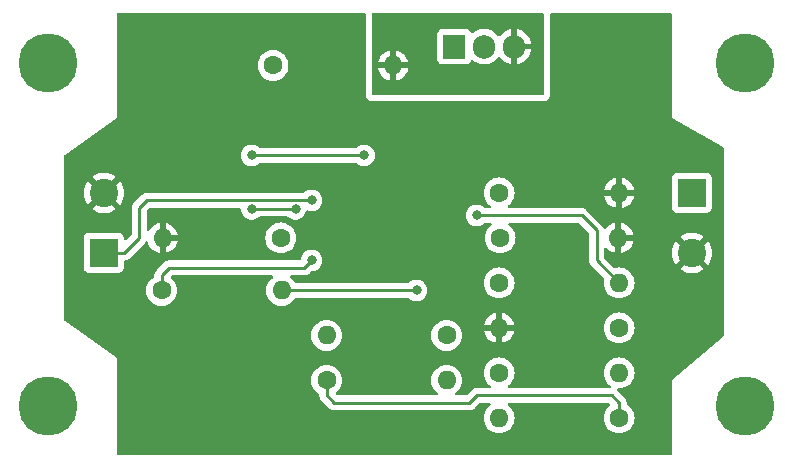
<source format=gbr>
%TF.GenerationSoftware,KiCad,Pcbnew,8.0.0*%
%TF.CreationDate,2024-03-03T11:21:46+11:00*%
%TF.ProjectId,BatteryCharger,42617474-6572-4794-9368-61726765722e,rev?*%
%TF.SameCoordinates,Original*%
%TF.FileFunction,Copper,L2,Bot*%
%TF.FilePolarity,Positive*%
%FSLAX46Y46*%
G04 Gerber Fmt 4.6, Leading zero omitted, Abs format (unit mm)*
G04 Created by KiCad (PCBNEW 8.0.0) date 2024-03-03 11:21:46*
%MOMM*%
%LPD*%
G01*
G04 APERTURE LIST*
%TA.AperFunction,ComponentPad*%
%ADD10R,2.400000X2.400000*%
%TD*%
%TA.AperFunction,ComponentPad*%
%ADD11C,2.400000*%
%TD*%
%TA.AperFunction,WasherPad*%
%ADD12C,5.000000*%
%TD*%
%TA.AperFunction,ComponentPad*%
%ADD13C,1.600000*%
%TD*%
%TA.AperFunction,ComponentPad*%
%ADD14O,1.600000X1.600000*%
%TD*%
%TA.AperFunction,ComponentPad*%
%ADD15R,1.905000X2.000000*%
%TD*%
%TA.AperFunction,ComponentPad*%
%ADD16O,1.905000X2.000000*%
%TD*%
%TA.AperFunction,ViaPad*%
%ADD17C,0.800000*%
%TD*%
%TA.AperFunction,Conductor*%
%ADD18C,0.250000*%
%TD*%
G04 APERTURE END LIST*
D10*
%TO.P,J2,1,Pin_1*%
%TO.N,/Out*%
X153480000Y-100965000D03*
D11*
%TO.P,J2,2,Pin_2*%
%TO.N,GND*%
X153480000Y-106045000D03*
%TD*%
D12*
%TO.P,H1,*%
%TO.N,*%
X99000000Y-90000000D03*
%TD*%
D13*
%TO.P,C4,1*%
%TO.N,Net-(U1-BSTOP)*%
X118665000Y-104775000D03*
D14*
%TO.P,C4,2*%
%TO.N,GND*%
X108665000Y-104775000D03*
%TD*%
D13*
%TO.P,C3,1*%
%TO.N,Net-(U1-COMP)*%
X137240000Y-104775000D03*
D14*
%TO.P,C3,2*%
%TO.N,GND*%
X147240000Y-104775000D03*
%TD*%
D12*
%TO.P,H3,*%
%TO.N,*%
X158000000Y-90000000D03*
%TD*%
D13*
%TO.P,R7,1*%
%TO.N,Net-(JP2-A)*%
X137160000Y-100965000D03*
D14*
%TO.P,R7,2*%
%TO.N,GND*%
X147320000Y-100965000D03*
%TD*%
D13*
%TO.P,R12,1*%
%TO.N,Net-(U1-{slash}PGOOD)*%
X108585000Y-109220000D03*
D14*
%TO.P,R12,2*%
%TO.N,Net-(U1-VFB)*%
X118745000Y-109220000D03*
%TD*%
D13*
%TO.P,R2,1*%
%TO.N,Net-(JP1-A)*%
X118015000Y-90170000D03*
D14*
%TO.P,R2,2*%
%TO.N,Net-(JP1-B)*%
X128175000Y-90170000D03*
%TD*%
D13*
%TO.P,R9,1*%
%TO.N,Net-(U1-CE)*%
X137160000Y-116205000D03*
D14*
%TO.P,R9,2*%
%TO.N,Net-(U1-VFB)*%
X147320000Y-116205000D03*
%TD*%
D10*
%TO.P,J1,1,Pin_1*%
%TO.N,/In*%
X103695000Y-106045000D03*
D11*
%TO.P,J1,2,Pin_2*%
%TO.N,GND*%
X103695000Y-100965000D03*
%TD*%
D13*
%TO.P,R11,1*%
%TO.N,Net-(U1-STAT1)*%
X137160000Y-108585000D03*
D14*
%TO.P,R11,2*%
%TO.N,Net-(U1-VFB)*%
X147320000Y-108585000D03*
%TD*%
D12*
%TO.P,H4,*%
%TO.N,*%
X158000000Y-119000000D03*
%TD*%
D13*
%TO.P,R10,1*%
%TO.N,Net-(U1-VFB)*%
X147320000Y-112395000D03*
D14*
%TO.P,R10,2*%
%TO.N,GND*%
X137160000Y-112395000D03*
%TD*%
D12*
%TO.P,H2,*%
%TO.N,*%
X99000000Y-119000000D03*
%TD*%
D13*
%TO.P,R3,1*%
%TO.N,/Out*%
X122555000Y-116840000D03*
D14*
%TO.P,R3,2*%
%TO.N,Net-(U1-PRE-CHRG)*%
X132715000Y-116840000D03*
%TD*%
D13*
%TO.P,R4,1*%
%TO.N,/Out*%
X147320000Y-120015000D03*
D14*
%TO.P,R4,2*%
%TO.N,Net-(U1-CE)*%
X137160000Y-120015000D03*
%TD*%
D13*
%TO.P,R8,1*%
%TO.N,Net-(U1-STAT2)*%
X132715000Y-113030000D03*
D14*
%TO.P,R8,2*%
%TO.N,/Out*%
X122555000Y-113030000D03*
%TD*%
D15*
%TO.P,Q1,1,B*%
%TO.N,Net-(Q1-B)*%
X133350000Y-88575000D03*
D16*
%TO.P,Q1,2,C*%
%TO.N,Net-(D1-A)*%
X135890000Y-88575000D03*
%TO.P,Q1,3,E*%
%TO.N,Net-(JP1-B)*%
X138430000Y-88575000D03*
%TD*%
D17*
%TO.N,GND*%
X126000000Y-105410000D03*
%TO.N,/In*%
X121285000Y-101600000D03*
%TO.N,Net-(JP1-C)*%
X119925000Y-102325000D03*
X116205000Y-102325000D03*
%TO.N,Net-(JP3-C)*%
X116205000Y-97790000D03*
X125730000Y-97790000D03*
%TO.N,Net-(U1-VFB)*%
X135255000Y-102870000D03*
X130175000Y-109220000D03*
%TO.N,Net-(U1-{slash}PGOOD)*%
X121285000Y-106680000D03*
%TD*%
D18*
%TO.N,/Out*%
X123190000Y-118745000D02*
X122555000Y-118110000D01*
X147320000Y-120015000D02*
X147320000Y-118745000D01*
X146685000Y-118110000D02*
X135255000Y-118110000D01*
X122555000Y-118110000D02*
X122555000Y-116840000D01*
X134620000Y-118745000D02*
X123190000Y-118745000D01*
X135255000Y-118110000D02*
X134620000Y-118745000D01*
X147320000Y-118745000D02*
X146685000Y-118110000D01*
%TO.N,/In*%
X107315000Y-101600000D02*
X106680000Y-102235000D01*
X121285000Y-101600000D02*
X107315000Y-101600000D01*
X105410000Y-106045000D02*
X103695000Y-106045000D01*
X106680000Y-102235000D02*
X106680000Y-104775000D01*
X106680000Y-104775000D02*
X105410000Y-106045000D01*
%TO.N,Net-(JP1-C)*%
X120015000Y-102235000D02*
X119925000Y-102325000D01*
X116205000Y-102325000D02*
X119925000Y-102325000D01*
%TO.N,Net-(JP3-C)*%
X125730000Y-97790000D02*
X116205000Y-97790000D01*
%TO.N,Net-(U1-VFB)*%
X145415000Y-104140000D02*
X145415000Y-106680000D01*
X135255000Y-102870000D02*
X144145000Y-102870000D01*
X130175000Y-109220000D02*
X118745000Y-109220000D01*
X145415000Y-106680000D02*
X147320000Y-108585000D01*
X144145000Y-102870000D02*
X145415000Y-104140000D01*
%TO.N,Net-(U1-{slash}PGOOD)*%
X120650000Y-107315000D02*
X109220000Y-107315000D01*
X109220000Y-107315000D02*
X108585000Y-107950000D01*
X121285000Y-106680000D02*
X120650000Y-107315000D01*
X108585000Y-107950000D02*
X108585000Y-109220000D01*
%TD*%
%TA.AperFunction,Conductor*%
%TO.N,GND*%
G36*
X125802539Y-85744685D02*
G01*
X125848294Y-85797489D01*
X125859500Y-85849000D01*
X125859500Y-87580000D01*
X125859500Y-92586000D01*
X125859501Y-92586009D01*
X125871052Y-92693450D01*
X125871054Y-92693462D01*
X125882260Y-92744972D01*
X125916383Y-92847497D01*
X125916386Y-92847503D01*
X125994171Y-92968537D01*
X125994179Y-92968548D01*
X126039923Y-93021340D01*
X126039926Y-93021343D01*
X126039930Y-93021347D01*
X126148664Y-93115567D01*
X126148667Y-93115568D01*
X126148668Y-93115569D01*
X126242925Y-93158616D01*
X126279541Y-93175338D01*
X126346580Y-93195023D01*
X126346584Y-93195024D01*
X126489000Y-93215500D01*
X126489003Y-93215500D01*
X140845990Y-93215500D01*
X140846000Y-93215500D01*
X140953456Y-93203947D01*
X141004967Y-93192741D01*
X141039197Y-93181347D01*
X141107497Y-93158616D01*
X141107501Y-93158613D01*
X141107504Y-93158613D01*
X141228543Y-93080825D01*
X141281347Y-93035070D01*
X141375567Y-92926336D01*
X141435338Y-92795459D01*
X141455023Y-92728420D01*
X141455024Y-92728416D01*
X141475500Y-92586000D01*
X141475500Y-85849000D01*
X141495185Y-85781961D01*
X141547989Y-85736206D01*
X141599500Y-85725000D01*
X151641000Y-85725000D01*
X151708039Y-85744685D01*
X151753794Y-85797489D01*
X151765000Y-85849000D01*
X151765000Y-94615000D01*
X156147522Y-97119298D01*
X156195961Y-97169649D01*
X156210000Y-97226959D01*
X156210000Y-112972968D01*
X156190315Y-113040007D01*
X156166698Y-113067116D01*
X151765000Y-116840000D01*
X151765000Y-123066000D01*
X151745315Y-123133039D01*
X151692511Y-123178794D01*
X151641000Y-123190000D01*
X104899000Y-123190000D01*
X104831961Y-123170315D01*
X104786206Y-123117511D01*
X104775000Y-123066000D01*
X104775000Y-116840001D01*
X121249532Y-116840001D01*
X121269364Y-117066686D01*
X121269366Y-117066697D01*
X121328258Y-117286488D01*
X121328261Y-117286497D01*
X121424431Y-117492732D01*
X121424432Y-117492734D01*
X121554954Y-117679141D01*
X121715858Y-117840045D01*
X121876623Y-117952613D01*
X121920248Y-118007189D01*
X121929500Y-118054188D01*
X121929500Y-118171609D01*
X121946911Y-118259142D01*
X121951318Y-118281296D01*
X121953536Y-118292448D01*
X122000688Y-118406286D01*
X122000688Y-118406287D01*
X122014813Y-118427426D01*
X122029037Y-118448712D01*
X122029038Y-118448715D01*
X122029039Y-118448715D01*
X122069140Y-118508731D01*
X122069141Y-118508732D01*
X122069142Y-118508733D01*
X122156267Y-118595858D01*
X122156268Y-118595858D01*
X122163335Y-118602925D01*
X122163334Y-118602925D01*
X122163338Y-118602928D01*
X122791263Y-119230855D01*
X122791266Y-119230857D01*
X122791267Y-119230858D01*
X122893715Y-119299312D01*
X122932882Y-119315535D01*
X122932883Y-119315536D01*
X122932884Y-119315536D01*
X123007548Y-119346463D01*
X123019936Y-119348927D01*
X123074165Y-119359714D01*
X123128392Y-119370501D01*
X123128394Y-119370501D01*
X123257721Y-119370501D01*
X123257741Y-119370500D01*
X134681607Y-119370500D01*
X134742029Y-119358481D01*
X134802452Y-119346463D01*
X134802455Y-119346461D01*
X134802458Y-119346461D01*
X134835787Y-119332654D01*
X134835786Y-119332654D01*
X134835792Y-119332652D01*
X134916286Y-119299312D01*
X134967509Y-119265084D01*
X135018733Y-119230858D01*
X135105858Y-119143733D01*
X135105859Y-119143730D01*
X135477773Y-118771817D01*
X135539095Y-118738334D01*
X135565453Y-118735500D01*
X136326684Y-118735500D01*
X136393723Y-118755185D01*
X136439478Y-118807989D01*
X136449422Y-118877147D01*
X136420397Y-118940703D01*
X136397807Y-118961075D01*
X136320858Y-119014954D01*
X136159954Y-119175858D01*
X136029432Y-119362265D01*
X136029431Y-119362267D01*
X135933261Y-119568502D01*
X135933258Y-119568511D01*
X135874366Y-119788302D01*
X135874364Y-119788313D01*
X135854532Y-120014998D01*
X135854532Y-120015001D01*
X135874364Y-120241686D01*
X135874366Y-120241697D01*
X135933258Y-120461488D01*
X135933261Y-120461497D01*
X136029431Y-120667732D01*
X136029432Y-120667734D01*
X136159954Y-120854141D01*
X136320858Y-121015045D01*
X136320861Y-121015047D01*
X136507266Y-121145568D01*
X136713504Y-121241739D01*
X136933308Y-121300635D01*
X137095230Y-121314801D01*
X137159998Y-121320468D01*
X137160000Y-121320468D01*
X137160002Y-121320468D01*
X137216673Y-121315509D01*
X137386692Y-121300635D01*
X137606496Y-121241739D01*
X137812734Y-121145568D01*
X137999139Y-121015047D01*
X138160047Y-120854139D01*
X138290568Y-120667734D01*
X138386739Y-120461496D01*
X138445635Y-120241692D01*
X138465468Y-120015000D01*
X138445635Y-119788308D01*
X138386739Y-119568504D01*
X138290568Y-119362266D01*
X138160047Y-119175861D01*
X138160045Y-119175858D01*
X137999141Y-119014954D01*
X137922193Y-118961075D01*
X137878568Y-118906499D01*
X137871374Y-118837000D01*
X137902897Y-118774645D01*
X137963126Y-118739231D01*
X137993316Y-118735500D01*
X146374548Y-118735500D01*
X146441587Y-118755185D01*
X146462229Y-118771819D01*
X146508410Y-118818000D01*
X146541895Y-118879323D01*
X146536911Y-118949015D01*
X146495039Y-119004948D01*
X146491855Y-119007254D01*
X146480859Y-119014953D01*
X146319954Y-119175858D01*
X146189432Y-119362265D01*
X146189431Y-119362267D01*
X146093261Y-119568502D01*
X146093258Y-119568511D01*
X146034366Y-119788302D01*
X146034364Y-119788313D01*
X146014532Y-120014998D01*
X146014532Y-120015001D01*
X146034364Y-120241686D01*
X146034366Y-120241697D01*
X146093258Y-120461488D01*
X146093261Y-120461497D01*
X146189431Y-120667732D01*
X146189432Y-120667734D01*
X146319954Y-120854141D01*
X146480858Y-121015045D01*
X146480861Y-121015047D01*
X146667266Y-121145568D01*
X146873504Y-121241739D01*
X147093308Y-121300635D01*
X147255230Y-121314801D01*
X147319998Y-121320468D01*
X147320000Y-121320468D01*
X147320002Y-121320468D01*
X147376673Y-121315509D01*
X147546692Y-121300635D01*
X147766496Y-121241739D01*
X147972734Y-121145568D01*
X148159139Y-121015047D01*
X148320047Y-120854139D01*
X148450568Y-120667734D01*
X148546739Y-120461496D01*
X148605635Y-120241692D01*
X148625468Y-120015000D01*
X148605635Y-119788308D01*
X148546739Y-119568504D01*
X148450568Y-119362266D01*
X148320047Y-119175861D01*
X148320045Y-119175858D01*
X148159140Y-119014953D01*
X147998378Y-118902387D01*
X147954753Y-118847810D01*
X147945501Y-118800812D01*
X147945501Y-118683391D01*
X147921464Y-118562555D01*
X147921463Y-118562549D01*
X147874312Y-118448715D01*
X147874311Y-118448713D01*
X147874310Y-118448711D01*
X147805858Y-118346267D01*
X147805855Y-118346263D01*
X147177928Y-117718338D01*
X147177926Y-117718335D01*
X147177409Y-117717818D01*
X147177224Y-117717479D01*
X147162435Y-117699440D01*
X147162433Y-117699437D01*
X147166054Y-117697022D01*
X147143924Y-117656495D01*
X147148908Y-117586803D01*
X147190780Y-117530870D01*
X147256244Y-117506453D01*
X147275890Y-117506608D01*
X147320000Y-117510468D01*
X147320000Y-117510467D01*
X147320001Y-117510468D01*
X147320002Y-117510468D01*
X147387654Y-117504549D01*
X147546692Y-117490635D01*
X147766496Y-117431739D01*
X147972734Y-117335568D01*
X148159139Y-117205047D01*
X148320047Y-117044139D01*
X148450568Y-116857734D01*
X148546739Y-116651496D01*
X148605635Y-116431692D01*
X148625468Y-116205000D01*
X148623916Y-116187266D01*
X148607608Y-116000861D01*
X148605635Y-115978308D01*
X148546739Y-115758504D01*
X148450568Y-115552266D01*
X148320047Y-115365861D01*
X148320045Y-115365858D01*
X148159141Y-115204954D01*
X147972734Y-115074432D01*
X147972732Y-115074431D01*
X147766497Y-114978261D01*
X147766488Y-114978258D01*
X147546697Y-114919366D01*
X147546693Y-114919365D01*
X147546692Y-114919365D01*
X147546691Y-114919364D01*
X147546686Y-114919364D01*
X147320002Y-114899532D01*
X147319998Y-114899532D01*
X147093313Y-114919364D01*
X147093302Y-114919366D01*
X146873511Y-114978258D01*
X146873502Y-114978261D01*
X146667267Y-115074431D01*
X146667265Y-115074432D01*
X146480858Y-115204954D01*
X146319954Y-115365858D01*
X146189432Y-115552265D01*
X146189431Y-115552267D01*
X146093261Y-115758502D01*
X146093258Y-115758511D01*
X146034366Y-115978302D01*
X146034364Y-115978313D01*
X146014532Y-116204998D01*
X146014532Y-116205001D01*
X146034364Y-116431686D01*
X146034366Y-116431697D01*
X146093258Y-116651488D01*
X146093261Y-116651497D01*
X146189431Y-116857732D01*
X146189432Y-116857734D01*
X146319954Y-117044141D01*
X146480858Y-117205045D01*
X146557807Y-117258925D01*
X146601432Y-117313501D01*
X146608626Y-117383000D01*
X146577103Y-117445355D01*
X146516874Y-117480769D01*
X146486684Y-117484500D01*
X137993316Y-117484500D01*
X137926277Y-117464815D01*
X137880522Y-117412011D01*
X137870578Y-117342853D01*
X137899603Y-117279297D01*
X137922193Y-117258925D01*
X137948990Y-117240160D01*
X137999139Y-117205047D01*
X138160047Y-117044139D01*
X138290568Y-116857734D01*
X138386739Y-116651496D01*
X138445635Y-116431692D01*
X138465468Y-116205000D01*
X138463916Y-116187266D01*
X138447608Y-116000861D01*
X138445635Y-115978308D01*
X138386739Y-115758504D01*
X138290568Y-115552266D01*
X138160047Y-115365861D01*
X138160045Y-115365858D01*
X137999141Y-115204954D01*
X137812734Y-115074432D01*
X137812732Y-115074431D01*
X137606497Y-114978261D01*
X137606488Y-114978258D01*
X137386697Y-114919366D01*
X137386693Y-114919365D01*
X137386692Y-114919365D01*
X137386691Y-114919364D01*
X137386686Y-114919364D01*
X137160002Y-114899532D01*
X137159998Y-114899532D01*
X136933313Y-114919364D01*
X136933302Y-114919366D01*
X136713511Y-114978258D01*
X136713502Y-114978261D01*
X136507267Y-115074431D01*
X136507265Y-115074432D01*
X136320858Y-115204954D01*
X136159954Y-115365858D01*
X136029432Y-115552265D01*
X136029431Y-115552267D01*
X135933261Y-115758502D01*
X135933258Y-115758511D01*
X135874366Y-115978302D01*
X135874364Y-115978313D01*
X135854532Y-116204998D01*
X135854532Y-116205001D01*
X135874364Y-116431686D01*
X135874366Y-116431697D01*
X135933258Y-116651488D01*
X135933261Y-116651497D01*
X136029431Y-116857732D01*
X136029432Y-116857734D01*
X136159954Y-117044141D01*
X136320858Y-117205045D01*
X136397807Y-117258925D01*
X136441432Y-117313501D01*
X136448626Y-117383000D01*
X136417103Y-117445355D01*
X136356874Y-117480769D01*
X136326684Y-117484500D01*
X135322741Y-117484500D01*
X135322721Y-117484499D01*
X135316607Y-117484499D01*
X135193394Y-117484499D01*
X135092597Y-117504548D01*
X135092592Y-117504548D01*
X135072549Y-117508536D01*
X135072547Y-117508536D01*
X135025397Y-117528067D01*
X134958719Y-117555685D01*
X134958717Y-117555686D01*
X134856266Y-117624141D01*
X134856263Y-117624144D01*
X134397229Y-118083181D01*
X134335906Y-118116666D01*
X134309548Y-118119500D01*
X133548316Y-118119500D01*
X133481277Y-118099815D01*
X133435522Y-118047011D01*
X133425578Y-117977853D01*
X133454603Y-117914297D01*
X133477193Y-117893925D01*
X133539850Y-117850052D01*
X133554139Y-117840047D01*
X133715047Y-117679139D01*
X133845568Y-117492734D01*
X133941739Y-117286496D01*
X134000635Y-117066692D01*
X134017634Y-116872384D01*
X134020468Y-116840001D01*
X134020468Y-116839998D01*
X134000635Y-116613313D01*
X134000635Y-116613308D01*
X133941739Y-116393504D01*
X133845568Y-116187266D01*
X133715047Y-116000861D01*
X133715045Y-116000858D01*
X133554141Y-115839954D01*
X133367734Y-115709432D01*
X133367732Y-115709431D01*
X133161497Y-115613261D01*
X133161488Y-115613258D01*
X132941697Y-115554366D01*
X132941693Y-115554365D01*
X132941692Y-115554365D01*
X132941691Y-115554364D01*
X132941686Y-115554364D01*
X132715002Y-115534532D01*
X132714998Y-115534532D01*
X132488313Y-115554364D01*
X132488302Y-115554366D01*
X132268511Y-115613258D01*
X132268502Y-115613261D01*
X132062267Y-115709431D01*
X132062265Y-115709432D01*
X131875858Y-115839954D01*
X131714954Y-116000858D01*
X131584432Y-116187265D01*
X131584431Y-116187267D01*
X131488261Y-116393502D01*
X131488258Y-116393511D01*
X131429366Y-116613302D01*
X131429364Y-116613313D01*
X131409532Y-116839998D01*
X131409532Y-116840001D01*
X131429364Y-117066686D01*
X131429366Y-117066697D01*
X131488258Y-117286488D01*
X131488261Y-117286497D01*
X131584431Y-117492732D01*
X131584432Y-117492734D01*
X131714954Y-117679141D01*
X131875858Y-117840045D01*
X131952807Y-117893925D01*
X131996432Y-117948501D01*
X132003626Y-118018000D01*
X131972103Y-118080355D01*
X131911874Y-118115769D01*
X131881684Y-118119500D01*
X123500453Y-118119500D01*
X123433414Y-118099815D01*
X123412773Y-118083182D01*
X123396330Y-118066739D01*
X123366589Y-118036998D01*
X123333104Y-117975677D01*
X123338088Y-117905986D01*
X123379958Y-117850052D01*
X123383120Y-117847761D01*
X123394139Y-117840047D01*
X123555047Y-117679139D01*
X123685568Y-117492734D01*
X123781739Y-117286496D01*
X123840635Y-117066692D01*
X123857634Y-116872384D01*
X123860468Y-116840001D01*
X123860468Y-116839998D01*
X123840635Y-116613313D01*
X123840635Y-116613308D01*
X123781739Y-116393504D01*
X123685568Y-116187266D01*
X123555047Y-116000861D01*
X123555045Y-116000858D01*
X123394141Y-115839954D01*
X123207734Y-115709432D01*
X123207732Y-115709431D01*
X123001497Y-115613261D01*
X123001488Y-115613258D01*
X122781697Y-115554366D01*
X122781693Y-115554365D01*
X122781692Y-115554365D01*
X122781691Y-115554364D01*
X122781686Y-115554364D01*
X122555002Y-115534532D01*
X122554998Y-115534532D01*
X122328313Y-115554364D01*
X122328302Y-115554366D01*
X122108511Y-115613258D01*
X122108502Y-115613261D01*
X121902267Y-115709431D01*
X121902265Y-115709432D01*
X121715858Y-115839954D01*
X121554954Y-116000858D01*
X121424432Y-116187265D01*
X121424431Y-116187267D01*
X121328261Y-116393502D01*
X121328258Y-116393511D01*
X121269366Y-116613302D01*
X121269364Y-116613313D01*
X121249532Y-116839998D01*
X121249532Y-116840001D01*
X104775000Y-116840001D01*
X104775000Y-114934999D01*
X102108003Y-113030001D01*
X121249532Y-113030001D01*
X121269364Y-113256686D01*
X121269366Y-113256697D01*
X121328258Y-113476488D01*
X121328261Y-113476497D01*
X121424431Y-113682732D01*
X121424432Y-113682734D01*
X121554954Y-113869141D01*
X121715858Y-114030045D01*
X121715861Y-114030047D01*
X121902266Y-114160568D01*
X122108504Y-114256739D01*
X122328308Y-114315635D01*
X122490230Y-114329801D01*
X122554998Y-114335468D01*
X122555000Y-114335468D01*
X122555002Y-114335468D01*
X122611673Y-114330509D01*
X122781692Y-114315635D01*
X123001496Y-114256739D01*
X123207734Y-114160568D01*
X123394139Y-114030047D01*
X123555047Y-113869139D01*
X123685568Y-113682734D01*
X123781739Y-113476496D01*
X123840635Y-113256692D01*
X123857634Y-113062384D01*
X123860468Y-113030001D01*
X131409532Y-113030001D01*
X131429364Y-113256686D01*
X131429366Y-113256697D01*
X131488258Y-113476488D01*
X131488261Y-113476497D01*
X131584431Y-113682732D01*
X131584432Y-113682734D01*
X131714954Y-113869141D01*
X131875858Y-114030045D01*
X131875861Y-114030047D01*
X132062266Y-114160568D01*
X132268504Y-114256739D01*
X132488308Y-114315635D01*
X132650230Y-114329801D01*
X132714998Y-114335468D01*
X132715000Y-114335468D01*
X132715002Y-114335468D01*
X132771673Y-114330509D01*
X132941692Y-114315635D01*
X133161496Y-114256739D01*
X133367734Y-114160568D01*
X133554139Y-114030047D01*
X133715047Y-113869139D01*
X133845568Y-113682734D01*
X133941739Y-113476496D01*
X134000635Y-113256692D01*
X134017634Y-113062384D01*
X134020468Y-113030001D01*
X134020468Y-113029998D01*
X134000635Y-112803313D01*
X134000635Y-112803308D01*
X133941739Y-112583504D01*
X133845568Y-112377266D01*
X133715047Y-112190861D01*
X133715045Y-112190858D01*
X133669186Y-112144999D01*
X135881127Y-112144999D01*
X135881128Y-112145000D01*
X136844314Y-112145000D01*
X136839920Y-112149394D01*
X136787259Y-112240606D01*
X136760000Y-112342339D01*
X136760000Y-112447661D01*
X136787259Y-112549394D01*
X136839920Y-112640606D01*
X136844314Y-112645000D01*
X135881128Y-112645000D01*
X135933730Y-112841317D01*
X135933734Y-112841326D01*
X136029865Y-113047482D01*
X136160342Y-113233820D01*
X136321179Y-113394657D01*
X136507517Y-113525134D01*
X136713673Y-113621265D01*
X136713682Y-113621269D01*
X136909999Y-113673872D01*
X136910000Y-113673871D01*
X136910000Y-112710686D01*
X136914394Y-112715080D01*
X137005606Y-112767741D01*
X137107339Y-112795000D01*
X137212661Y-112795000D01*
X137314394Y-112767741D01*
X137405606Y-112715080D01*
X137410000Y-112710686D01*
X137410000Y-113673872D01*
X137606317Y-113621269D01*
X137606326Y-113621265D01*
X137812482Y-113525134D01*
X137998820Y-113394657D01*
X138159657Y-113233820D01*
X138290134Y-113047482D01*
X138386265Y-112841326D01*
X138386269Y-112841317D01*
X138438872Y-112645000D01*
X137475686Y-112645000D01*
X137480080Y-112640606D01*
X137532741Y-112549394D01*
X137560000Y-112447661D01*
X137560000Y-112395001D01*
X146014532Y-112395001D01*
X146034364Y-112621686D01*
X146034366Y-112621697D01*
X146093258Y-112841488D01*
X146093261Y-112841497D01*
X146189431Y-113047732D01*
X146189432Y-113047734D01*
X146319954Y-113234141D01*
X146480858Y-113395045D01*
X146480861Y-113395047D01*
X146667266Y-113525568D01*
X146873504Y-113621739D01*
X147093308Y-113680635D01*
X147255230Y-113694801D01*
X147319998Y-113700468D01*
X147320000Y-113700468D01*
X147320002Y-113700468D01*
X147376673Y-113695509D01*
X147546692Y-113680635D01*
X147766496Y-113621739D01*
X147972734Y-113525568D01*
X148159139Y-113395047D01*
X148320047Y-113234139D01*
X148450568Y-113047734D01*
X148546739Y-112841496D01*
X148605635Y-112621692D01*
X148625468Y-112395000D01*
X148623916Y-112377266D01*
X148607608Y-112190861D01*
X148605635Y-112168308D01*
X148546739Y-111948504D01*
X148450568Y-111742266D01*
X148320047Y-111555861D01*
X148320045Y-111555858D01*
X148159141Y-111394954D01*
X147972734Y-111264432D01*
X147972732Y-111264431D01*
X147766497Y-111168261D01*
X147766488Y-111168258D01*
X147546697Y-111109366D01*
X147546693Y-111109365D01*
X147546692Y-111109365D01*
X147546691Y-111109364D01*
X147546686Y-111109364D01*
X147320002Y-111089532D01*
X147319998Y-111089532D01*
X147093313Y-111109364D01*
X147093302Y-111109366D01*
X146873511Y-111168258D01*
X146873502Y-111168261D01*
X146667267Y-111264431D01*
X146667265Y-111264432D01*
X146480858Y-111394954D01*
X146319954Y-111555858D01*
X146189432Y-111742265D01*
X146189431Y-111742267D01*
X146093261Y-111948502D01*
X146093258Y-111948511D01*
X146034366Y-112168302D01*
X146034364Y-112168313D01*
X146014532Y-112394998D01*
X146014532Y-112395001D01*
X137560000Y-112395001D01*
X137560000Y-112342339D01*
X137532741Y-112240606D01*
X137480080Y-112149394D01*
X137475686Y-112145000D01*
X138438872Y-112145000D01*
X138438872Y-112144999D01*
X138386269Y-111948682D01*
X138386265Y-111948673D01*
X138290134Y-111742517D01*
X138159657Y-111556179D01*
X137998820Y-111395342D01*
X137812482Y-111264865D01*
X137606328Y-111168734D01*
X137410000Y-111116127D01*
X137410000Y-112079314D01*
X137405606Y-112074920D01*
X137314394Y-112022259D01*
X137212661Y-111995000D01*
X137107339Y-111995000D01*
X137005606Y-112022259D01*
X136914394Y-112074920D01*
X136910000Y-112079314D01*
X136910000Y-111116127D01*
X136713671Y-111168734D01*
X136507517Y-111264865D01*
X136321179Y-111395342D01*
X136160342Y-111556179D01*
X136029865Y-111742517D01*
X135933734Y-111948673D01*
X135933730Y-111948682D01*
X135881127Y-112144999D01*
X133669186Y-112144999D01*
X133554141Y-112029954D01*
X133367734Y-111899432D01*
X133367732Y-111899431D01*
X133161497Y-111803261D01*
X133161488Y-111803258D01*
X132941697Y-111744366D01*
X132941693Y-111744365D01*
X132941692Y-111744365D01*
X132941691Y-111744364D01*
X132941686Y-111744364D01*
X132715002Y-111724532D01*
X132714998Y-111724532D01*
X132488313Y-111744364D01*
X132488302Y-111744366D01*
X132268511Y-111803258D01*
X132268502Y-111803261D01*
X132062267Y-111899431D01*
X132062265Y-111899432D01*
X131875858Y-112029954D01*
X131714954Y-112190858D01*
X131584432Y-112377265D01*
X131584431Y-112377267D01*
X131488261Y-112583502D01*
X131488258Y-112583511D01*
X131429366Y-112803302D01*
X131429364Y-112803313D01*
X131409532Y-113029998D01*
X131409532Y-113030001D01*
X123860468Y-113030001D01*
X123860468Y-113029998D01*
X123840635Y-112803313D01*
X123840635Y-112803308D01*
X123781739Y-112583504D01*
X123685568Y-112377266D01*
X123555047Y-112190861D01*
X123555045Y-112190858D01*
X123394141Y-112029954D01*
X123207734Y-111899432D01*
X123207732Y-111899431D01*
X123001497Y-111803261D01*
X123001488Y-111803258D01*
X122781697Y-111744366D01*
X122781693Y-111744365D01*
X122781692Y-111744365D01*
X122781691Y-111744364D01*
X122781686Y-111744364D01*
X122555002Y-111724532D01*
X122554998Y-111724532D01*
X122328313Y-111744364D01*
X122328302Y-111744366D01*
X122108511Y-111803258D01*
X122108502Y-111803261D01*
X121902267Y-111899431D01*
X121902265Y-111899432D01*
X121715858Y-112029954D01*
X121554954Y-112190858D01*
X121424432Y-112377265D01*
X121424431Y-112377267D01*
X121328261Y-112583502D01*
X121328258Y-112583511D01*
X121269366Y-112803302D01*
X121269364Y-112803313D01*
X121249532Y-113029998D01*
X121249532Y-113030001D01*
X102108003Y-113030001D01*
X100381926Y-111797089D01*
X100338816Y-111742105D01*
X100330000Y-111696186D01*
X100330000Y-109220001D01*
X107279532Y-109220001D01*
X107299364Y-109446686D01*
X107299366Y-109446697D01*
X107358258Y-109666488D01*
X107358261Y-109666497D01*
X107454431Y-109872732D01*
X107454432Y-109872734D01*
X107584954Y-110059141D01*
X107745858Y-110220045D01*
X107745861Y-110220047D01*
X107932266Y-110350568D01*
X108138504Y-110446739D01*
X108358308Y-110505635D01*
X108520230Y-110519801D01*
X108584998Y-110525468D01*
X108585000Y-110525468D01*
X108585002Y-110525468D01*
X108641673Y-110520509D01*
X108811692Y-110505635D01*
X109031496Y-110446739D01*
X109237734Y-110350568D01*
X109424139Y-110220047D01*
X109585047Y-110059139D01*
X109715568Y-109872734D01*
X109811739Y-109666496D01*
X109870635Y-109446692D01*
X109887634Y-109252384D01*
X109890468Y-109220001D01*
X109890468Y-109219998D01*
X109884801Y-109155230D01*
X109870635Y-108993308D01*
X109811739Y-108773504D01*
X109715568Y-108567266D01*
X109585047Y-108380861D01*
X109585045Y-108380858D01*
X109424140Y-108219953D01*
X109413145Y-108212254D01*
X109369521Y-108157676D01*
X109362330Y-108088177D01*
X109393854Y-108025823D01*
X109396592Y-108022998D01*
X109442775Y-107976817D01*
X109504099Y-107943333D01*
X109530454Y-107940500D01*
X117911684Y-107940500D01*
X117978723Y-107960185D01*
X118024478Y-108012989D01*
X118034422Y-108082147D01*
X118005397Y-108145703D01*
X117982807Y-108166075D01*
X117905858Y-108219954D01*
X117744954Y-108380858D01*
X117614432Y-108567265D01*
X117614431Y-108567267D01*
X117518261Y-108773502D01*
X117518258Y-108773511D01*
X117459366Y-108993302D01*
X117459364Y-108993313D01*
X117439532Y-109219998D01*
X117439532Y-109220001D01*
X117459364Y-109446686D01*
X117459366Y-109446697D01*
X117518258Y-109666488D01*
X117518261Y-109666497D01*
X117614431Y-109872732D01*
X117614432Y-109872734D01*
X117744954Y-110059141D01*
X117905858Y-110220045D01*
X117905861Y-110220047D01*
X118092266Y-110350568D01*
X118298504Y-110446739D01*
X118518308Y-110505635D01*
X118680230Y-110519801D01*
X118744998Y-110525468D01*
X118745000Y-110525468D01*
X118745002Y-110525468D01*
X118801673Y-110520509D01*
X118971692Y-110505635D01*
X119191496Y-110446739D01*
X119397734Y-110350568D01*
X119584139Y-110220047D01*
X119745047Y-110059139D01*
X119857613Y-109898377D01*
X119912189Y-109854752D01*
X119959188Y-109845500D01*
X129471252Y-109845500D01*
X129538291Y-109865185D01*
X129563400Y-109886526D01*
X129569126Y-109892885D01*
X129569130Y-109892889D01*
X129722265Y-110004148D01*
X129722270Y-110004151D01*
X129895192Y-110081142D01*
X129895197Y-110081144D01*
X130080354Y-110120500D01*
X130080355Y-110120500D01*
X130269644Y-110120500D01*
X130269646Y-110120500D01*
X130454803Y-110081144D01*
X130627730Y-110004151D01*
X130780871Y-109892888D01*
X130907533Y-109752216D01*
X131002179Y-109588284D01*
X131060674Y-109408256D01*
X131080460Y-109220000D01*
X131060674Y-109031744D01*
X131002179Y-108851716D01*
X130907533Y-108687784D01*
X130814987Y-108585001D01*
X135854532Y-108585001D01*
X135874364Y-108811686D01*
X135874366Y-108811697D01*
X135933258Y-109031488D01*
X135933261Y-109031497D01*
X136029431Y-109237732D01*
X136029432Y-109237734D01*
X136159954Y-109424141D01*
X136320858Y-109585045D01*
X136320861Y-109585047D01*
X136507266Y-109715568D01*
X136713504Y-109811739D01*
X136933308Y-109870635D01*
X137095230Y-109884801D01*
X137159998Y-109890468D01*
X137160000Y-109890468D01*
X137160002Y-109890468D01*
X137216673Y-109885509D01*
X137386692Y-109870635D01*
X137606496Y-109811739D01*
X137812734Y-109715568D01*
X137999139Y-109585047D01*
X138160047Y-109424139D01*
X138290568Y-109237734D01*
X138386739Y-109031496D01*
X138445635Y-108811692D01*
X138465468Y-108585000D01*
X138463916Y-108567266D01*
X138447608Y-108380861D01*
X138445635Y-108358308D01*
X138386739Y-108138504D01*
X138290568Y-107932266D01*
X138192839Y-107792693D01*
X138160045Y-107745858D01*
X137999141Y-107584954D01*
X137812734Y-107454432D01*
X137812732Y-107454431D01*
X137606497Y-107358261D01*
X137606488Y-107358258D01*
X137386697Y-107299366D01*
X137386693Y-107299365D01*
X137386692Y-107299365D01*
X137386691Y-107299364D01*
X137386686Y-107299364D01*
X137160002Y-107279532D01*
X137159998Y-107279532D01*
X136933313Y-107299364D01*
X136933302Y-107299366D01*
X136713511Y-107358258D01*
X136713502Y-107358261D01*
X136507267Y-107454431D01*
X136507265Y-107454432D01*
X136320858Y-107584954D01*
X136159954Y-107745858D01*
X136029432Y-107932265D01*
X136029431Y-107932267D01*
X135933261Y-108138502D01*
X135933258Y-108138511D01*
X135874366Y-108358302D01*
X135874364Y-108358313D01*
X135854532Y-108584998D01*
X135854532Y-108585001D01*
X130814987Y-108585001D01*
X130780871Y-108547112D01*
X130780870Y-108547111D01*
X130627734Y-108435851D01*
X130627729Y-108435848D01*
X130454807Y-108358857D01*
X130454802Y-108358855D01*
X130309001Y-108327865D01*
X130269646Y-108319500D01*
X130080354Y-108319500D01*
X130047897Y-108326398D01*
X129895197Y-108358855D01*
X129895192Y-108358857D01*
X129722270Y-108435848D01*
X129722265Y-108435851D01*
X129569130Y-108547110D01*
X129569126Y-108547114D01*
X129563400Y-108553474D01*
X129503913Y-108590121D01*
X129471252Y-108594500D01*
X119959188Y-108594500D01*
X119892149Y-108574815D01*
X119857613Y-108541623D01*
X119745045Y-108380858D01*
X119584141Y-108219954D01*
X119507193Y-108166075D01*
X119463568Y-108111499D01*
X119456374Y-108042000D01*
X119487897Y-107979645D01*
X119548126Y-107944231D01*
X119578316Y-107940500D01*
X120711607Y-107940500D01*
X120772029Y-107928481D01*
X120832452Y-107916463D01*
X120832455Y-107916461D01*
X120832458Y-107916461D01*
X120865787Y-107902654D01*
X120865786Y-107902654D01*
X120865792Y-107902652D01*
X120946286Y-107869312D01*
X120997509Y-107835084D01*
X121048733Y-107800858D01*
X121135858Y-107713733D01*
X121135858Y-107713731D01*
X121146066Y-107703524D01*
X121146069Y-107703520D01*
X121232773Y-107616818D01*
X121294096Y-107583333D01*
X121320453Y-107580500D01*
X121379644Y-107580500D01*
X121379646Y-107580500D01*
X121564803Y-107541144D01*
X121737730Y-107464151D01*
X121890871Y-107352888D01*
X122017533Y-107212216D01*
X122112179Y-107048284D01*
X122170674Y-106868256D01*
X122190460Y-106680000D01*
X122170674Y-106491744D01*
X122112179Y-106311716D01*
X122017533Y-106147784D01*
X121890871Y-106007112D01*
X121890870Y-106007111D01*
X121737734Y-105895851D01*
X121737729Y-105895848D01*
X121564807Y-105818857D01*
X121564802Y-105818855D01*
X121419001Y-105787865D01*
X121379646Y-105779500D01*
X121190354Y-105779500D01*
X121157897Y-105786398D01*
X121005197Y-105818855D01*
X121005192Y-105818857D01*
X120832270Y-105895848D01*
X120832265Y-105895851D01*
X120679129Y-106007111D01*
X120552466Y-106147785D01*
X120457821Y-106311715D01*
X120457818Y-106311722D01*
X120399327Y-106491740D01*
X120399326Y-106491744D01*
X120393467Y-106547494D01*
X120390212Y-106578462D01*
X120363627Y-106643077D01*
X120306330Y-106683061D01*
X120266891Y-106689500D01*
X109287741Y-106689500D01*
X109287721Y-106689499D01*
X109281607Y-106689499D01*
X109158394Y-106689499D01*
X109057597Y-106709548D01*
X109057592Y-106709548D01*
X109037549Y-106713536D01*
X109037547Y-106713536D01*
X108990397Y-106733067D01*
X108923719Y-106760685D01*
X108923717Y-106760686D01*
X108821266Y-106829141D01*
X108821265Y-106829143D01*
X108484551Y-107165858D01*
X108186269Y-107464140D01*
X108186267Y-107464142D01*
X108163081Y-107487328D01*
X108099142Y-107551266D01*
X108076633Y-107584954D01*
X108076632Y-107584955D01*
X108030690Y-107653709D01*
X108030685Y-107653718D01*
X107997347Y-107734206D01*
X107997347Y-107734207D01*
X107983537Y-107767548D01*
X107983535Y-107767554D01*
X107971517Y-107827967D01*
X107971518Y-107827968D01*
X107963297Y-107869306D01*
X107963296Y-107869314D01*
X107959500Y-107888394D01*
X107959500Y-108005811D01*
X107939815Y-108072850D01*
X107906623Y-108107386D01*
X107745859Y-108219953D01*
X107584954Y-108380858D01*
X107454432Y-108567265D01*
X107454431Y-108567267D01*
X107358261Y-108773502D01*
X107358258Y-108773511D01*
X107299366Y-108993302D01*
X107299364Y-108993313D01*
X107279532Y-109219998D01*
X107279532Y-109220001D01*
X100330000Y-109220001D01*
X100330000Y-107292870D01*
X101994500Y-107292870D01*
X101994501Y-107292876D01*
X102000908Y-107352483D01*
X102051202Y-107487328D01*
X102051206Y-107487335D01*
X102137452Y-107602544D01*
X102137455Y-107602547D01*
X102252664Y-107688793D01*
X102252671Y-107688797D01*
X102387517Y-107739091D01*
X102387516Y-107739091D01*
X102394444Y-107739835D01*
X102447127Y-107745500D01*
X104942872Y-107745499D01*
X105002483Y-107739091D01*
X105137331Y-107688796D01*
X105252546Y-107602546D01*
X105338796Y-107487331D01*
X105389091Y-107352483D01*
X105395500Y-107292873D01*
X105395500Y-106787402D01*
X105415185Y-106720363D01*
X105467989Y-106674608D01*
X105495301Y-106665786D01*
X105532029Y-106658481D01*
X105592452Y-106646463D01*
X105592455Y-106646461D01*
X105592458Y-106646461D01*
X105625787Y-106632654D01*
X105625786Y-106632654D01*
X105625792Y-106632652D01*
X105706286Y-106599312D01*
X105757509Y-106565084D01*
X105808733Y-106530858D01*
X105895858Y-106443733D01*
X105895859Y-106443731D01*
X105902925Y-106436665D01*
X105902928Y-106436661D01*
X107078729Y-105260860D01*
X107078733Y-105260858D01*
X107165858Y-105173733D01*
X107199480Y-105123414D01*
X107253091Y-105078609D01*
X107322416Y-105069902D01*
X107385444Y-105100056D01*
X107422164Y-105159499D01*
X107422357Y-105160211D01*
X107438731Y-105221319D01*
X107438734Y-105221326D01*
X107534865Y-105427482D01*
X107665342Y-105613820D01*
X107826179Y-105774657D01*
X108012517Y-105905134D01*
X108218673Y-106001265D01*
X108218682Y-106001269D01*
X108414999Y-106053872D01*
X108415000Y-106053871D01*
X108415000Y-105090686D01*
X108419394Y-105095080D01*
X108510606Y-105147741D01*
X108612339Y-105175000D01*
X108717661Y-105175000D01*
X108819394Y-105147741D01*
X108910606Y-105095080D01*
X108915000Y-105090686D01*
X108915000Y-106053872D01*
X109111317Y-106001269D01*
X109111326Y-106001265D01*
X109317482Y-105905134D01*
X109503820Y-105774657D01*
X109664657Y-105613820D01*
X109795134Y-105427482D01*
X109891265Y-105221326D01*
X109891269Y-105221317D01*
X109943872Y-105025000D01*
X108980686Y-105025000D01*
X108985080Y-105020606D01*
X109037741Y-104929394D01*
X109065000Y-104827661D01*
X109065000Y-104775001D01*
X117359532Y-104775001D01*
X117379364Y-105001686D01*
X117379366Y-105001697D01*
X117438258Y-105221488D01*
X117438261Y-105221497D01*
X117534431Y-105427732D01*
X117534432Y-105427734D01*
X117664954Y-105614141D01*
X117825858Y-105775045D01*
X117848530Y-105790920D01*
X118012266Y-105905568D01*
X118218504Y-106001739D01*
X118218509Y-106001740D01*
X118218511Y-106001741D01*
X118238556Y-106007112D01*
X118438308Y-106060635D01*
X118600230Y-106074801D01*
X118664998Y-106080468D01*
X118665000Y-106080468D01*
X118665002Y-106080468D01*
X118721673Y-106075509D01*
X118891692Y-106060635D01*
X119111496Y-106001739D01*
X119317734Y-105905568D01*
X119504139Y-105775047D01*
X119665047Y-105614139D01*
X119795568Y-105427734D01*
X119891739Y-105221496D01*
X119950635Y-105001692D01*
X119968532Y-104797127D01*
X119970468Y-104775001D01*
X119970468Y-104774998D01*
X119955391Y-104602669D01*
X119950635Y-104548308D01*
X119891739Y-104328504D01*
X119795568Y-104122266D01*
X119665047Y-103935861D01*
X119665045Y-103935858D01*
X119504141Y-103774954D01*
X119317734Y-103644432D01*
X119317732Y-103644431D01*
X119111497Y-103548261D01*
X119111488Y-103548258D01*
X118891697Y-103489366D01*
X118891693Y-103489365D01*
X118891692Y-103489365D01*
X118891691Y-103489364D01*
X118891686Y-103489364D01*
X118665002Y-103469532D01*
X118664998Y-103469532D01*
X118438313Y-103489364D01*
X118438302Y-103489366D01*
X118218511Y-103548258D01*
X118218502Y-103548261D01*
X118012267Y-103644431D01*
X118012265Y-103644432D01*
X117825858Y-103774954D01*
X117664954Y-103935858D01*
X117534432Y-104122265D01*
X117534431Y-104122267D01*
X117438261Y-104328502D01*
X117438258Y-104328511D01*
X117379366Y-104548302D01*
X117379364Y-104548313D01*
X117359532Y-104774998D01*
X117359532Y-104775001D01*
X109065000Y-104775001D01*
X109065000Y-104722339D01*
X109037741Y-104620606D01*
X108985080Y-104529394D01*
X108980686Y-104525000D01*
X109943872Y-104525000D01*
X109943872Y-104524999D01*
X109891269Y-104328682D01*
X109891265Y-104328673D01*
X109795134Y-104122517D01*
X109664657Y-103936179D01*
X109503820Y-103775342D01*
X109317482Y-103644865D01*
X109111328Y-103548734D01*
X108915000Y-103496127D01*
X108915000Y-104459314D01*
X108910606Y-104454920D01*
X108819394Y-104402259D01*
X108717661Y-104375000D01*
X108612339Y-104375000D01*
X108510606Y-104402259D01*
X108419394Y-104454920D01*
X108415000Y-104459314D01*
X108415000Y-103496127D01*
X108218671Y-103548734D01*
X108012517Y-103644865D01*
X107826179Y-103775342D01*
X107665342Y-103936179D01*
X107531761Y-104126952D01*
X107529919Y-104125662D01*
X107486313Y-104167235D01*
X107417705Y-104180454D01*
X107352842Y-104154481D01*
X107312317Y-104097564D01*
X107305500Y-104057016D01*
X107305500Y-102545452D01*
X107325185Y-102478413D01*
X107341819Y-102457771D01*
X107537772Y-102261819D01*
X107599095Y-102228334D01*
X107625453Y-102225500D01*
X115177432Y-102225500D01*
X115244471Y-102245185D01*
X115290226Y-102297989D01*
X115300752Y-102336535D01*
X115319326Y-102513256D01*
X115319327Y-102513259D01*
X115377818Y-102693277D01*
X115377821Y-102693284D01*
X115472467Y-102857216D01*
X115574185Y-102970185D01*
X115599129Y-102997888D01*
X115752265Y-103109148D01*
X115752270Y-103109151D01*
X115925192Y-103186142D01*
X115925197Y-103186144D01*
X116110354Y-103225500D01*
X116110355Y-103225500D01*
X116299644Y-103225500D01*
X116299646Y-103225500D01*
X116484803Y-103186144D01*
X116657730Y-103109151D01*
X116810871Y-102997888D01*
X116813788Y-102994647D01*
X116816600Y-102991526D01*
X116876087Y-102954879D01*
X116908748Y-102950500D01*
X119221252Y-102950500D01*
X119288291Y-102970185D01*
X119313400Y-102991526D01*
X119319126Y-102997885D01*
X119319130Y-102997889D01*
X119472265Y-103109148D01*
X119472270Y-103109151D01*
X119645192Y-103186142D01*
X119645197Y-103186144D01*
X119830354Y-103225500D01*
X119830355Y-103225500D01*
X120019644Y-103225500D01*
X120019646Y-103225500D01*
X120204803Y-103186144D01*
X120377730Y-103109151D01*
X120530871Y-102997888D01*
X120646022Y-102870000D01*
X134349540Y-102870000D01*
X134369326Y-103058256D01*
X134369327Y-103058259D01*
X134427818Y-103238277D01*
X134427821Y-103238284D01*
X134522467Y-103402216D01*
X134624185Y-103515185D01*
X134649129Y-103542888D01*
X134802265Y-103654148D01*
X134802270Y-103654151D01*
X134975192Y-103731142D01*
X134975197Y-103731144D01*
X135160354Y-103770500D01*
X135160355Y-103770500D01*
X135349644Y-103770500D01*
X135349646Y-103770500D01*
X135534803Y-103731144D01*
X135707730Y-103654151D01*
X135860871Y-103542888D01*
X135863788Y-103539647D01*
X135866600Y-103536526D01*
X135926087Y-103499879D01*
X135958748Y-103495500D01*
X136406684Y-103495500D01*
X136473723Y-103515185D01*
X136519478Y-103567989D01*
X136529422Y-103637147D01*
X136500397Y-103700703D01*
X136477807Y-103721075D01*
X136400858Y-103774954D01*
X136239954Y-103935858D01*
X136109432Y-104122265D01*
X136109431Y-104122267D01*
X136013261Y-104328502D01*
X136013258Y-104328511D01*
X135954366Y-104548302D01*
X135954364Y-104548313D01*
X135934532Y-104774998D01*
X135934532Y-104775001D01*
X135954364Y-105001686D01*
X135954366Y-105001697D01*
X136013258Y-105221488D01*
X136013261Y-105221497D01*
X136109431Y-105427732D01*
X136109432Y-105427734D01*
X136239954Y-105614141D01*
X136400858Y-105775045D01*
X136423530Y-105790920D01*
X136587266Y-105905568D01*
X136793504Y-106001739D01*
X136793509Y-106001740D01*
X136793511Y-106001741D01*
X136813556Y-106007112D01*
X137013308Y-106060635D01*
X137175230Y-106074801D01*
X137239998Y-106080468D01*
X137240000Y-106080468D01*
X137240002Y-106080468D01*
X137296673Y-106075509D01*
X137466692Y-106060635D01*
X137686496Y-106001739D01*
X137892734Y-105905568D01*
X138079139Y-105775047D01*
X138240047Y-105614139D01*
X138370568Y-105427734D01*
X138466739Y-105221496D01*
X138525635Y-105001692D01*
X138543532Y-104797127D01*
X138545468Y-104775001D01*
X138545468Y-104774998D01*
X138530391Y-104602669D01*
X138525635Y-104548308D01*
X138466739Y-104328504D01*
X138370568Y-104122266D01*
X138240047Y-103935861D01*
X138240045Y-103935858D01*
X138079141Y-103774954D01*
X138002193Y-103721075D01*
X137958568Y-103666499D01*
X137951374Y-103597000D01*
X137982897Y-103534645D01*
X138043126Y-103499231D01*
X138073316Y-103495500D01*
X143834548Y-103495500D01*
X143901587Y-103515185D01*
X143922229Y-103531819D01*
X144753181Y-104362771D01*
X144786666Y-104424094D01*
X144789500Y-104450452D01*
X144789500Y-106618393D01*
X144789500Y-106741607D01*
X144793296Y-106760689D01*
X144806911Y-106829142D01*
X144813537Y-106862451D01*
X144860688Y-106976286D01*
X144880100Y-107005338D01*
X144894914Y-107027507D01*
X144894915Y-107027509D01*
X144929141Y-107078733D01*
X145020586Y-107170178D01*
X145020608Y-107170198D01*
X146020586Y-108170176D01*
X146054071Y-108231499D01*
X146052681Y-108289948D01*
X146034365Y-108358307D01*
X146034364Y-108358313D01*
X146014532Y-108584999D01*
X146014532Y-108585001D01*
X146034364Y-108811686D01*
X146034366Y-108811697D01*
X146093258Y-109031488D01*
X146093261Y-109031497D01*
X146189431Y-109237732D01*
X146189432Y-109237734D01*
X146319954Y-109424141D01*
X146480858Y-109585045D01*
X146480861Y-109585047D01*
X146667266Y-109715568D01*
X146873504Y-109811739D01*
X147093308Y-109870635D01*
X147255230Y-109884801D01*
X147319998Y-109890468D01*
X147320000Y-109890468D01*
X147320002Y-109890468D01*
X147376673Y-109885509D01*
X147546692Y-109870635D01*
X147766496Y-109811739D01*
X147972734Y-109715568D01*
X148159139Y-109585047D01*
X148320047Y-109424139D01*
X148450568Y-109237734D01*
X148546739Y-109031496D01*
X148605635Y-108811692D01*
X148625468Y-108585000D01*
X148623916Y-108567266D01*
X148607608Y-108380861D01*
X148605635Y-108358308D01*
X148546739Y-108138504D01*
X148450568Y-107932266D01*
X148352839Y-107792693D01*
X148320045Y-107745858D01*
X148159141Y-107584954D01*
X147972734Y-107454432D01*
X147972732Y-107454431D01*
X147766497Y-107358261D01*
X147766488Y-107358258D01*
X147546697Y-107299366D01*
X147546693Y-107299365D01*
X147546692Y-107299365D01*
X147546691Y-107299364D01*
X147546686Y-107299364D01*
X147320002Y-107279532D01*
X147319999Y-107279532D01*
X147093313Y-107299364D01*
X147093307Y-107299365D01*
X147024948Y-107317681D01*
X146955098Y-107316016D01*
X146905176Y-107285586D01*
X146076819Y-106457229D01*
X146043334Y-106395906D01*
X146040500Y-106369548D01*
X146040500Y-105713340D01*
X146060185Y-105646301D01*
X146112989Y-105600546D01*
X146182147Y-105590602D01*
X146245703Y-105619627D01*
X146252181Y-105625659D01*
X146401179Y-105774657D01*
X146587517Y-105905134D01*
X146793673Y-106001265D01*
X146793682Y-106001269D01*
X146989999Y-106053872D01*
X146990000Y-106053871D01*
X146990000Y-105090686D01*
X146994394Y-105095080D01*
X147085606Y-105147741D01*
X147187339Y-105175000D01*
X147292661Y-105175000D01*
X147394394Y-105147741D01*
X147485606Y-105095080D01*
X147490000Y-105090686D01*
X147490000Y-106053872D01*
X147523096Y-106045004D01*
X151775233Y-106045004D01*
X151794273Y-106299079D01*
X151850968Y-106547477D01*
X151850973Y-106547494D01*
X151944058Y-106784671D01*
X151944057Y-106784671D01*
X152071454Y-107005327D01*
X152071461Y-107005338D01*
X152113452Y-107057991D01*
X152113453Y-107057992D01*
X152764152Y-106407292D01*
X152771049Y-106423942D01*
X152858599Y-106554970D01*
X152970030Y-106666401D01*
X153101058Y-106753951D01*
X153117705Y-106760846D01*
X152466813Y-107411738D01*
X152627616Y-107521371D01*
X152627624Y-107521376D01*
X152857176Y-107631921D01*
X152857174Y-107631921D01*
X153100652Y-107707024D01*
X153100658Y-107707026D01*
X153352595Y-107744999D01*
X153352604Y-107745000D01*
X153607396Y-107745000D01*
X153607404Y-107744999D01*
X153859341Y-107707026D01*
X153859347Y-107707024D01*
X154102824Y-107631921D01*
X154332376Y-107521376D01*
X154332377Y-107521375D01*
X154493185Y-107411738D01*
X153842294Y-106760846D01*
X153858942Y-106753951D01*
X153989970Y-106666401D01*
X154101401Y-106554970D01*
X154188951Y-106423942D01*
X154195846Y-106407294D01*
X154846544Y-107057992D01*
X154846546Y-107057991D01*
X154888544Y-107005330D01*
X155015941Y-106784671D01*
X155109026Y-106547494D01*
X155109031Y-106547477D01*
X155165726Y-106299079D01*
X155184767Y-106045004D01*
X155184767Y-106044995D01*
X155165726Y-105790920D01*
X155109031Y-105542522D01*
X155109026Y-105542505D01*
X155015941Y-105305328D01*
X155015942Y-105305328D01*
X154888545Y-105084672D01*
X154846545Y-105032006D01*
X154195846Y-105682705D01*
X154188951Y-105666058D01*
X154101401Y-105535030D01*
X153989970Y-105423599D01*
X153858942Y-105336049D01*
X153842293Y-105329152D01*
X154493185Y-104678260D01*
X154332384Y-104568628D01*
X154332376Y-104568623D01*
X154102823Y-104458078D01*
X154102825Y-104458078D01*
X153859347Y-104382975D01*
X153859341Y-104382973D01*
X153607404Y-104345000D01*
X153352595Y-104345000D01*
X153100658Y-104382973D01*
X153100652Y-104382975D01*
X152857175Y-104458078D01*
X152627622Y-104568625D01*
X152627609Y-104568632D01*
X152466813Y-104678259D01*
X153117706Y-105329152D01*
X153101058Y-105336049D01*
X152970030Y-105423599D01*
X152858599Y-105535030D01*
X152771049Y-105666058D01*
X152764152Y-105682706D01*
X152113452Y-105032006D01*
X152071457Y-105084667D01*
X151944058Y-105305328D01*
X151850973Y-105542505D01*
X151850968Y-105542522D01*
X151794273Y-105790920D01*
X151775233Y-106044995D01*
X151775233Y-106045004D01*
X147523096Y-106045004D01*
X147686317Y-106001269D01*
X147686326Y-106001265D01*
X147892482Y-105905134D01*
X148078820Y-105774657D01*
X148239657Y-105613820D01*
X148370134Y-105427482D01*
X148466265Y-105221326D01*
X148466269Y-105221317D01*
X148518872Y-105025000D01*
X147555686Y-105025000D01*
X147560080Y-105020606D01*
X147612741Y-104929394D01*
X147640000Y-104827661D01*
X147640000Y-104722339D01*
X147612741Y-104620606D01*
X147560080Y-104529394D01*
X147555686Y-104525000D01*
X148518872Y-104525000D01*
X148518872Y-104524999D01*
X148466269Y-104328682D01*
X148466265Y-104328673D01*
X148370134Y-104122517D01*
X148239657Y-103936179D01*
X148078820Y-103775342D01*
X147892482Y-103644865D01*
X147686328Y-103548734D01*
X147490000Y-103496127D01*
X147490000Y-104459314D01*
X147485606Y-104454920D01*
X147394394Y-104402259D01*
X147292661Y-104375000D01*
X147187339Y-104375000D01*
X147085606Y-104402259D01*
X146994394Y-104454920D01*
X146990000Y-104459314D01*
X146990000Y-103496127D01*
X146793671Y-103548734D01*
X146587517Y-103644865D01*
X146401179Y-103775342D01*
X146240340Y-103936181D01*
X146223754Y-103959869D01*
X146169176Y-104003493D01*
X146099678Y-104010685D01*
X146037324Y-103979162D01*
X146007619Y-103936197D01*
X145969312Y-103843717D01*
X145969311Y-103843714D01*
X145969309Y-103843711D01*
X145969307Y-103843707D01*
X145900858Y-103741267D01*
X145900855Y-103741263D01*
X145810637Y-103651045D01*
X145810606Y-103651016D01*
X144635198Y-102475608D01*
X144635178Y-102475586D01*
X144543733Y-102384141D01*
X144492509Y-102349915D01*
X144441286Y-102315688D01*
X144441283Y-102315686D01*
X144441280Y-102315685D01*
X144360792Y-102282347D01*
X144327454Y-102268538D01*
X144327455Y-102268538D01*
X144327452Y-102268537D01*
X144327448Y-102268536D01*
X144327444Y-102268535D01*
X144237459Y-102250635D01*
X144237450Y-102250635D01*
X144206607Y-102244500D01*
X144206606Y-102244500D01*
X137993316Y-102244500D01*
X137926277Y-102224815D01*
X137880522Y-102172011D01*
X137870578Y-102102853D01*
X137899603Y-102039297D01*
X137922193Y-102018925D01*
X137980651Y-101977992D01*
X137999139Y-101965047D01*
X138160047Y-101804139D01*
X138290568Y-101617734D01*
X138386739Y-101411496D01*
X138445635Y-101191692D01*
X138465468Y-100965000D01*
X138445635Y-100738308D01*
X138439389Y-100714999D01*
X146041127Y-100714999D01*
X146041128Y-100715000D01*
X147004314Y-100715000D01*
X146999920Y-100719394D01*
X146947259Y-100810606D01*
X146920000Y-100912339D01*
X146920000Y-101017661D01*
X146947259Y-101119394D01*
X146999920Y-101210606D01*
X147004314Y-101215000D01*
X146041128Y-101215000D01*
X146093730Y-101411317D01*
X146093734Y-101411326D01*
X146189865Y-101617482D01*
X146320342Y-101803820D01*
X146481179Y-101964657D01*
X146667517Y-102095134D01*
X146873673Y-102191265D01*
X146873682Y-102191269D01*
X147069999Y-102243872D01*
X147070000Y-102243871D01*
X147070000Y-101280686D01*
X147074394Y-101285080D01*
X147165606Y-101337741D01*
X147267339Y-101365000D01*
X147372661Y-101365000D01*
X147474394Y-101337741D01*
X147565606Y-101285080D01*
X147570000Y-101280686D01*
X147570000Y-102243872D01*
X147685701Y-102212870D01*
X151779500Y-102212870D01*
X151779501Y-102212876D01*
X151785908Y-102272483D01*
X151836202Y-102407328D01*
X151836206Y-102407335D01*
X151922452Y-102522544D01*
X151922455Y-102522547D01*
X152037664Y-102608793D01*
X152037671Y-102608797D01*
X152172517Y-102659091D01*
X152172516Y-102659091D01*
X152179444Y-102659835D01*
X152232127Y-102665500D01*
X154727872Y-102665499D01*
X154787483Y-102659091D01*
X154922331Y-102608796D01*
X155037546Y-102522546D01*
X155123796Y-102407331D01*
X155174091Y-102272483D01*
X155180500Y-102212873D01*
X155180499Y-99717128D01*
X155174091Y-99657517D01*
X155151989Y-99598259D01*
X155123797Y-99522671D01*
X155123793Y-99522664D01*
X155037547Y-99407455D01*
X155037544Y-99407452D01*
X154922335Y-99321206D01*
X154922328Y-99321202D01*
X154787482Y-99270908D01*
X154787483Y-99270908D01*
X154727883Y-99264501D01*
X154727881Y-99264500D01*
X154727873Y-99264500D01*
X154727864Y-99264500D01*
X152232129Y-99264500D01*
X152232123Y-99264501D01*
X152172516Y-99270908D01*
X152037671Y-99321202D01*
X152037664Y-99321206D01*
X151922455Y-99407452D01*
X151922452Y-99407455D01*
X151836206Y-99522664D01*
X151836202Y-99522671D01*
X151785908Y-99657517D01*
X151779501Y-99717116D01*
X151779501Y-99717123D01*
X151779500Y-99717135D01*
X151779500Y-102212870D01*
X147685701Y-102212870D01*
X147766317Y-102191269D01*
X147766326Y-102191265D01*
X147972482Y-102095134D01*
X148158820Y-101964657D01*
X148319657Y-101803820D01*
X148450134Y-101617482D01*
X148546265Y-101411326D01*
X148546269Y-101411317D01*
X148598872Y-101215000D01*
X147635686Y-101215000D01*
X147640080Y-101210606D01*
X147692741Y-101119394D01*
X147720000Y-101017661D01*
X147720000Y-100912339D01*
X147692741Y-100810606D01*
X147640080Y-100719394D01*
X147635686Y-100715000D01*
X148598872Y-100715000D01*
X148598872Y-100714999D01*
X148546269Y-100518682D01*
X148546265Y-100518673D01*
X148450134Y-100312517D01*
X148319657Y-100126179D01*
X148158820Y-99965342D01*
X147972482Y-99834865D01*
X147766328Y-99738734D01*
X147570000Y-99686127D01*
X147570000Y-100649314D01*
X147565606Y-100644920D01*
X147474394Y-100592259D01*
X147372661Y-100565000D01*
X147267339Y-100565000D01*
X147165606Y-100592259D01*
X147074394Y-100644920D01*
X147070000Y-100649314D01*
X147070000Y-99686127D01*
X146873671Y-99738734D01*
X146667517Y-99834865D01*
X146481179Y-99965342D01*
X146320342Y-100126179D01*
X146189865Y-100312517D01*
X146093734Y-100518673D01*
X146093730Y-100518682D01*
X146041127Y-100714999D01*
X138439389Y-100714999D01*
X138386739Y-100518504D01*
X138290568Y-100312266D01*
X138160047Y-100125861D01*
X138160045Y-100125858D01*
X137999141Y-99964954D01*
X137812734Y-99834432D01*
X137812732Y-99834431D01*
X137606497Y-99738261D01*
X137606488Y-99738258D01*
X137386697Y-99679366D01*
X137386693Y-99679365D01*
X137386692Y-99679365D01*
X137386691Y-99679364D01*
X137386686Y-99679364D01*
X137160002Y-99659532D01*
X137159998Y-99659532D01*
X136933313Y-99679364D01*
X136933302Y-99679366D01*
X136713511Y-99738258D01*
X136713502Y-99738261D01*
X136507267Y-99834431D01*
X136507265Y-99834432D01*
X136320858Y-99964954D01*
X136159954Y-100125858D01*
X136029432Y-100312265D01*
X136029431Y-100312267D01*
X135933261Y-100518502D01*
X135933258Y-100518511D01*
X135874366Y-100738302D01*
X135874364Y-100738313D01*
X135854532Y-100964998D01*
X135854532Y-100965001D01*
X135874364Y-101191686D01*
X135874366Y-101191697D01*
X135933258Y-101411488D01*
X135933261Y-101411497D01*
X136029431Y-101617732D01*
X136029432Y-101617734D01*
X136159954Y-101804141D01*
X136320858Y-101965045D01*
X136397807Y-102018925D01*
X136441432Y-102073501D01*
X136448626Y-102143000D01*
X136417103Y-102205355D01*
X136356874Y-102240769D01*
X136326684Y-102244500D01*
X135958748Y-102244500D01*
X135891709Y-102224815D01*
X135866600Y-102203474D01*
X135860873Y-102197114D01*
X135860869Y-102197110D01*
X135707734Y-102085851D01*
X135707729Y-102085848D01*
X135534807Y-102008857D01*
X135534802Y-102008855D01*
X135389001Y-101977865D01*
X135349646Y-101969500D01*
X135160354Y-101969500D01*
X135127897Y-101976398D01*
X134975197Y-102008855D01*
X134975192Y-102008857D01*
X134802270Y-102085848D01*
X134802265Y-102085851D01*
X134649129Y-102197111D01*
X134522466Y-102337785D01*
X134427821Y-102501715D01*
X134427818Y-102501722D01*
X134374604Y-102665499D01*
X134369326Y-102681744D01*
X134349540Y-102870000D01*
X120646022Y-102870000D01*
X120657533Y-102857216D01*
X120752179Y-102693284D01*
X120807494Y-102523042D01*
X120846930Y-102465369D01*
X120911289Y-102438170D01*
X120975859Y-102448082D01*
X120997621Y-102457771D01*
X121005197Y-102461144D01*
X121190354Y-102500500D01*
X121190355Y-102500500D01*
X121379644Y-102500500D01*
X121379646Y-102500500D01*
X121564803Y-102461144D01*
X121737730Y-102384151D01*
X121890871Y-102272888D01*
X122017533Y-102132216D01*
X122112179Y-101968284D01*
X122170674Y-101788256D01*
X122190460Y-101600000D01*
X122170674Y-101411744D01*
X122112179Y-101231716D01*
X122017533Y-101067784D01*
X121890871Y-100927112D01*
X121890870Y-100927111D01*
X121737734Y-100815851D01*
X121737729Y-100815848D01*
X121564807Y-100738857D01*
X121564802Y-100738855D01*
X121419001Y-100707865D01*
X121379646Y-100699500D01*
X121190354Y-100699500D01*
X121157897Y-100706398D01*
X121005197Y-100738855D01*
X121005192Y-100738857D01*
X120832270Y-100815848D01*
X120832265Y-100815851D01*
X120679130Y-100927110D01*
X120679126Y-100927114D01*
X120673400Y-100933474D01*
X120613913Y-100970121D01*
X120581252Y-100974500D01*
X107382741Y-100974500D01*
X107382721Y-100974499D01*
X107376607Y-100974499D01*
X107253394Y-100974499D01*
X107152597Y-100994548D01*
X107152592Y-100994548D01*
X107132549Y-100998536D01*
X107132547Y-100998536D01*
X107085397Y-101018067D01*
X107018719Y-101045685D01*
X107018717Y-101045686D01*
X106916266Y-101114141D01*
X106916263Y-101114144D01*
X106281269Y-101749140D01*
X106194144Y-101836264D01*
X106194138Y-101836272D01*
X106125690Y-101938708D01*
X106125688Y-101938713D01*
X106101517Y-101997069D01*
X106101517Y-101997070D01*
X106078537Y-102052547D01*
X106078535Y-102052555D01*
X106069979Y-102095566D01*
X106069980Y-102095567D01*
X106055278Y-102169485D01*
X106055274Y-102169503D01*
X106054500Y-102173388D01*
X106054500Y-104464547D01*
X106034815Y-104531586D01*
X106018181Y-104552228D01*
X105607180Y-104963229D01*
X105545857Y-104996714D01*
X105476165Y-104991730D01*
X105420232Y-104949858D01*
X105395815Y-104884394D01*
X105395499Y-104875548D01*
X105395499Y-104797129D01*
X105395498Y-104797123D01*
X105395497Y-104797116D01*
X105389091Y-104737517D01*
X105366989Y-104678259D01*
X105338797Y-104602671D01*
X105338793Y-104602664D01*
X105252547Y-104487455D01*
X105252544Y-104487452D01*
X105137335Y-104401206D01*
X105137328Y-104401202D01*
X105002482Y-104350908D01*
X105002483Y-104350908D01*
X104942883Y-104344501D01*
X104942881Y-104344500D01*
X104942873Y-104344500D01*
X104942864Y-104344500D01*
X102447129Y-104344500D01*
X102447123Y-104344501D01*
X102387516Y-104350908D01*
X102252671Y-104401202D01*
X102252664Y-104401206D01*
X102137455Y-104487452D01*
X102137452Y-104487455D01*
X102051206Y-104602664D01*
X102051202Y-104602671D01*
X102000908Y-104737517D01*
X101994501Y-104797116D01*
X101994501Y-104797123D01*
X101994500Y-104797135D01*
X101994500Y-107292870D01*
X100330000Y-107292870D01*
X100330000Y-100965004D01*
X101990233Y-100965004D01*
X102009273Y-101219079D01*
X102065968Y-101467477D01*
X102065973Y-101467494D01*
X102159058Y-101704671D01*
X102159057Y-101704671D01*
X102286454Y-101925327D01*
X102286461Y-101925338D01*
X102328452Y-101977991D01*
X102328453Y-101977992D01*
X102979152Y-101327292D01*
X102986049Y-101343942D01*
X103073599Y-101474970D01*
X103185030Y-101586401D01*
X103316058Y-101673951D01*
X103332705Y-101680846D01*
X102681813Y-102331738D01*
X102842616Y-102441371D01*
X102842624Y-102441376D01*
X103072176Y-102551921D01*
X103072174Y-102551921D01*
X103315652Y-102627024D01*
X103315658Y-102627026D01*
X103567595Y-102664999D01*
X103567604Y-102665000D01*
X103822396Y-102665000D01*
X103822404Y-102664999D01*
X104074341Y-102627026D01*
X104074347Y-102627024D01*
X104317824Y-102551921D01*
X104547376Y-102441376D01*
X104547377Y-102441375D01*
X104708185Y-102331738D01*
X104057294Y-101680846D01*
X104073942Y-101673951D01*
X104204970Y-101586401D01*
X104316401Y-101474970D01*
X104403951Y-101343942D01*
X104410846Y-101327294D01*
X105061544Y-101977992D01*
X105061546Y-101977991D01*
X105103544Y-101925330D01*
X105230941Y-101704671D01*
X105324026Y-101467494D01*
X105324031Y-101467477D01*
X105380726Y-101219079D01*
X105399767Y-100965004D01*
X105399767Y-100964995D01*
X105380726Y-100710920D01*
X105324031Y-100462522D01*
X105324026Y-100462505D01*
X105230941Y-100225328D01*
X105230942Y-100225328D01*
X105103545Y-100004672D01*
X105061545Y-99952006D01*
X104410846Y-100602705D01*
X104403951Y-100586058D01*
X104316401Y-100455030D01*
X104204970Y-100343599D01*
X104073942Y-100256049D01*
X104057293Y-100249152D01*
X104708185Y-99598260D01*
X104547384Y-99488628D01*
X104547376Y-99488623D01*
X104317823Y-99378078D01*
X104317825Y-99378078D01*
X104074347Y-99302975D01*
X104074341Y-99302973D01*
X103822404Y-99265000D01*
X103567595Y-99265000D01*
X103315658Y-99302973D01*
X103315652Y-99302975D01*
X103072175Y-99378078D01*
X102842622Y-99488625D01*
X102842609Y-99488632D01*
X102681813Y-99598259D01*
X103332706Y-100249152D01*
X103316058Y-100256049D01*
X103185030Y-100343599D01*
X103073599Y-100455030D01*
X102986049Y-100586058D01*
X102979152Y-100602706D01*
X102328452Y-99952006D01*
X102286457Y-100004667D01*
X102159058Y-100225328D01*
X102065973Y-100462505D01*
X102065968Y-100462522D01*
X102009273Y-100710920D01*
X101990233Y-100964995D01*
X101990233Y-100965004D01*
X100330000Y-100965004D01*
X100330000Y-97853813D01*
X100348738Y-97790000D01*
X115299540Y-97790000D01*
X115319326Y-97978256D01*
X115319327Y-97978259D01*
X115377818Y-98158277D01*
X115377821Y-98158284D01*
X115472467Y-98322216D01*
X115574185Y-98435185D01*
X115599129Y-98462888D01*
X115752265Y-98574148D01*
X115752270Y-98574151D01*
X115925192Y-98651142D01*
X115925197Y-98651144D01*
X116110354Y-98690500D01*
X116110355Y-98690500D01*
X116299644Y-98690500D01*
X116299646Y-98690500D01*
X116484803Y-98651144D01*
X116657730Y-98574151D01*
X116810871Y-98462888D01*
X116813788Y-98459647D01*
X116816600Y-98456526D01*
X116876087Y-98419879D01*
X116908748Y-98415500D01*
X125026252Y-98415500D01*
X125093291Y-98435185D01*
X125118400Y-98456526D01*
X125124126Y-98462885D01*
X125124130Y-98462889D01*
X125277265Y-98574148D01*
X125277270Y-98574151D01*
X125450192Y-98651142D01*
X125450197Y-98651144D01*
X125635354Y-98690500D01*
X125635355Y-98690500D01*
X125824644Y-98690500D01*
X125824646Y-98690500D01*
X126009803Y-98651144D01*
X126182730Y-98574151D01*
X126335871Y-98462888D01*
X126462533Y-98322216D01*
X126557179Y-98158284D01*
X126615674Y-97978256D01*
X126635460Y-97790000D01*
X126615674Y-97601744D01*
X126557179Y-97421716D01*
X126462533Y-97257784D01*
X126335871Y-97117112D01*
X126335870Y-97117111D01*
X126182734Y-97005851D01*
X126182729Y-97005848D01*
X126009807Y-96928857D01*
X126009802Y-96928855D01*
X125864001Y-96897865D01*
X125824646Y-96889500D01*
X125635354Y-96889500D01*
X125602897Y-96896398D01*
X125450197Y-96928855D01*
X125450192Y-96928857D01*
X125277270Y-97005848D01*
X125277265Y-97005851D01*
X125124130Y-97117110D01*
X125124126Y-97117114D01*
X125118400Y-97123474D01*
X125058913Y-97160121D01*
X125026252Y-97164500D01*
X116908748Y-97164500D01*
X116841709Y-97144815D01*
X116816600Y-97123474D01*
X116810873Y-97117114D01*
X116810869Y-97117110D01*
X116657734Y-97005851D01*
X116657729Y-97005848D01*
X116484807Y-96928857D01*
X116484802Y-96928855D01*
X116339001Y-96897865D01*
X116299646Y-96889500D01*
X116110354Y-96889500D01*
X116077897Y-96896398D01*
X115925197Y-96928855D01*
X115925192Y-96928857D01*
X115752270Y-97005848D01*
X115752265Y-97005851D01*
X115599129Y-97117111D01*
X115472466Y-97257785D01*
X115377821Y-97421715D01*
X115377818Y-97421722D01*
X115319327Y-97601740D01*
X115319326Y-97601744D01*
X115299540Y-97790000D01*
X100348738Y-97790000D01*
X100349685Y-97786774D01*
X100381926Y-97752910D01*
X104775000Y-94615000D01*
X104775000Y-90170001D01*
X116709532Y-90170001D01*
X116729364Y-90396686D01*
X116729366Y-90396697D01*
X116788258Y-90616488D01*
X116788261Y-90616497D01*
X116884431Y-90822732D01*
X116884432Y-90822734D01*
X117014954Y-91009141D01*
X117175858Y-91170045D01*
X117175861Y-91170047D01*
X117362266Y-91300568D01*
X117568504Y-91396739D01*
X117788308Y-91455635D01*
X117950230Y-91469801D01*
X118014998Y-91475468D01*
X118015000Y-91475468D01*
X118015002Y-91475468D01*
X118071673Y-91470509D01*
X118241692Y-91455635D01*
X118461496Y-91396739D01*
X118667734Y-91300568D01*
X118854139Y-91170047D01*
X119015047Y-91009139D01*
X119145568Y-90822734D01*
X119241739Y-90616496D01*
X119300635Y-90396692D01*
X119320468Y-90170000D01*
X119300635Y-89943308D01*
X119241739Y-89723504D01*
X119145568Y-89517266D01*
X119015047Y-89330861D01*
X119015045Y-89330858D01*
X118854141Y-89169954D01*
X118667734Y-89039432D01*
X118667732Y-89039431D01*
X118461497Y-88943261D01*
X118461488Y-88943258D01*
X118241697Y-88884366D01*
X118241693Y-88884365D01*
X118241692Y-88884365D01*
X118241691Y-88884364D01*
X118241686Y-88884364D01*
X118015002Y-88864532D01*
X118014998Y-88864532D01*
X117788313Y-88884364D01*
X117788302Y-88884366D01*
X117568511Y-88943258D01*
X117568502Y-88943261D01*
X117362267Y-89039431D01*
X117362265Y-89039432D01*
X117175858Y-89169954D01*
X117014954Y-89330858D01*
X116884432Y-89517265D01*
X116884431Y-89517267D01*
X116788261Y-89723502D01*
X116788258Y-89723511D01*
X116729366Y-89943302D01*
X116729364Y-89943313D01*
X116709532Y-90169998D01*
X116709532Y-90170001D01*
X104775000Y-90170001D01*
X104775000Y-85849000D01*
X104794685Y-85781961D01*
X104847489Y-85736206D01*
X104899000Y-85725000D01*
X125735500Y-85725000D01*
X125802539Y-85744685D01*
G37*
%TD.AperFunction*%
%TD*%
%TA.AperFunction,Conductor*%
%TO.N,Net-(JP1-B)*%
G36*
X140913039Y-85744685D02*
G01*
X140958794Y-85797489D01*
X140970000Y-85849000D01*
X140970000Y-92586000D01*
X140950315Y-92653039D01*
X140897511Y-92698794D01*
X140846000Y-92710000D01*
X126489000Y-92710000D01*
X126421961Y-92690315D01*
X126376206Y-92637511D01*
X126365000Y-92586000D01*
X126365000Y-89919999D01*
X126896127Y-89919999D01*
X126896128Y-89920000D01*
X127859314Y-89920000D01*
X127854920Y-89924394D01*
X127802259Y-90015606D01*
X127775000Y-90117339D01*
X127775000Y-90222661D01*
X127802259Y-90324394D01*
X127854920Y-90415606D01*
X127859314Y-90420000D01*
X126896128Y-90420000D01*
X126948730Y-90616317D01*
X126948734Y-90616326D01*
X127044865Y-90822482D01*
X127175342Y-91008820D01*
X127336179Y-91169657D01*
X127522517Y-91300134D01*
X127728673Y-91396265D01*
X127728682Y-91396269D01*
X127924999Y-91448872D01*
X127925000Y-91448871D01*
X127925000Y-90485686D01*
X127929394Y-90490080D01*
X128020606Y-90542741D01*
X128122339Y-90570000D01*
X128227661Y-90570000D01*
X128329394Y-90542741D01*
X128420606Y-90490080D01*
X128425000Y-90485686D01*
X128425000Y-91448872D01*
X128621317Y-91396269D01*
X128621326Y-91396265D01*
X128827482Y-91300134D01*
X129013820Y-91169657D01*
X129174657Y-91008820D01*
X129305134Y-90822482D01*
X129401265Y-90616326D01*
X129401269Y-90616317D01*
X129453872Y-90420000D01*
X128490686Y-90420000D01*
X128495080Y-90415606D01*
X128547741Y-90324394D01*
X128575000Y-90222661D01*
X128575000Y-90117339D01*
X128547741Y-90015606D01*
X128495080Y-89924394D01*
X128490686Y-89920000D01*
X129453872Y-89920000D01*
X129453872Y-89919999D01*
X129401269Y-89723682D01*
X129401265Y-89723673D01*
X129354260Y-89622870D01*
X131897000Y-89622870D01*
X131897001Y-89622876D01*
X131903408Y-89682483D01*
X131953702Y-89817328D01*
X131953706Y-89817335D01*
X132039952Y-89932544D01*
X132039955Y-89932547D01*
X132155164Y-90018793D01*
X132155171Y-90018797D01*
X132290017Y-90069091D01*
X132290016Y-90069091D01*
X132296944Y-90069835D01*
X132349627Y-90075500D01*
X134350372Y-90075499D01*
X134409983Y-90069091D01*
X134544831Y-90018796D01*
X134660046Y-89932546D01*
X134746296Y-89817331D01*
X134756690Y-89789460D01*
X134798560Y-89733527D01*
X134864023Y-89709108D01*
X134932297Y-89723958D01*
X134945746Y-89732465D01*
X135128462Y-89865217D01*
X135235978Y-89919999D01*
X135332244Y-89969049D01*
X135549751Y-90039721D01*
X135549752Y-90039721D01*
X135549755Y-90039722D01*
X135775646Y-90075500D01*
X135775647Y-90075500D01*
X136004353Y-90075500D01*
X136004354Y-90075500D01*
X136230245Y-90039722D01*
X136230248Y-90039721D01*
X136230249Y-90039721D01*
X136447755Y-89969049D01*
X136447755Y-89969048D01*
X136447758Y-89969048D01*
X136651538Y-89865217D01*
X136836566Y-89730786D01*
X136998286Y-89569066D01*
X137059992Y-89484134D01*
X137115319Y-89441470D01*
X137184932Y-89435491D01*
X137246727Y-89468096D01*
X137260626Y-89484135D01*
X137322097Y-89568741D01*
X137322097Y-89568742D01*
X137483757Y-89730402D01*
X137668723Y-89864788D01*
X137872429Y-89968582D01*
X138089871Y-90039234D01*
X138180000Y-90053509D01*
X138180000Y-89065747D01*
X138217708Y-89087518D01*
X138357591Y-89125000D01*
X138502409Y-89125000D01*
X138642292Y-89087518D01*
X138680000Y-89065747D01*
X138680000Y-90053508D01*
X138770128Y-90039234D01*
X138987570Y-89968582D01*
X139191276Y-89864788D01*
X139376242Y-89730402D01*
X139537902Y-89568742D01*
X139672288Y-89383776D01*
X139776082Y-89180070D01*
X139846734Y-88962628D01*
X139868532Y-88825000D01*
X138920748Y-88825000D01*
X138942518Y-88787292D01*
X138980000Y-88647409D01*
X138980000Y-88502591D01*
X138942518Y-88362708D01*
X138920748Y-88325000D01*
X139868532Y-88325000D01*
X139846734Y-88187371D01*
X139776082Y-87969929D01*
X139672288Y-87766223D01*
X139537902Y-87581257D01*
X139376242Y-87419597D01*
X139191276Y-87285211D01*
X138987568Y-87181417D01*
X138770124Y-87110765D01*
X138680000Y-87096490D01*
X138680000Y-88084252D01*
X138642292Y-88062482D01*
X138502409Y-88025000D01*
X138357591Y-88025000D01*
X138217708Y-88062482D01*
X138180000Y-88084252D01*
X138180000Y-87096490D01*
X138179999Y-87096490D01*
X138089875Y-87110765D01*
X137872431Y-87181417D01*
X137668723Y-87285211D01*
X137483757Y-87419597D01*
X137322097Y-87581257D01*
X137260627Y-87665864D01*
X137205297Y-87708529D01*
X137135684Y-87714508D01*
X137073889Y-87681902D01*
X137059991Y-87665864D01*
X136998286Y-87580934D01*
X136836566Y-87419214D01*
X136651538Y-87284783D01*
X136447755Y-87180950D01*
X136230248Y-87110278D01*
X136044812Y-87080908D01*
X136004354Y-87074500D01*
X135775646Y-87074500D01*
X135735188Y-87080908D01*
X135549753Y-87110278D01*
X135549750Y-87110278D01*
X135332244Y-87180950D01*
X135128461Y-87284783D01*
X134945759Y-87417525D01*
X134879952Y-87441005D01*
X134811898Y-87425180D01*
X134763203Y-87375074D01*
X134756690Y-87360538D01*
X134746296Y-87332669D01*
X134746293Y-87332664D01*
X134660047Y-87217455D01*
X134660044Y-87217452D01*
X134544835Y-87131206D01*
X134544828Y-87131202D01*
X134409982Y-87080908D01*
X134409983Y-87080908D01*
X134350383Y-87074501D01*
X134350381Y-87074500D01*
X134350373Y-87074500D01*
X134350364Y-87074500D01*
X132349629Y-87074500D01*
X132349623Y-87074501D01*
X132290016Y-87080908D01*
X132155171Y-87131202D01*
X132155164Y-87131206D01*
X132039955Y-87217452D01*
X132039952Y-87217455D01*
X131953706Y-87332664D01*
X131953702Y-87332671D01*
X131903408Y-87467517D01*
X131897001Y-87527116D01*
X131897000Y-87527135D01*
X131897000Y-89622870D01*
X129354260Y-89622870D01*
X129305134Y-89517517D01*
X129174657Y-89331179D01*
X129013820Y-89170342D01*
X128827482Y-89039865D01*
X128621328Y-88943734D01*
X128425000Y-88891127D01*
X128425000Y-89854314D01*
X128420606Y-89849920D01*
X128329394Y-89797259D01*
X128227661Y-89770000D01*
X128122339Y-89770000D01*
X128020606Y-89797259D01*
X127929394Y-89849920D01*
X127925000Y-89854314D01*
X127925000Y-88891127D01*
X127728671Y-88943734D01*
X127522517Y-89039865D01*
X127336179Y-89170342D01*
X127175342Y-89331179D01*
X127044865Y-89517517D01*
X126948734Y-89723673D01*
X126948730Y-89723682D01*
X126896127Y-89919999D01*
X126365000Y-89919999D01*
X126365000Y-85849000D01*
X126384685Y-85781961D01*
X126437489Y-85736206D01*
X126489000Y-85725000D01*
X140846000Y-85725000D01*
X140913039Y-85744685D01*
G37*
%TD.AperFunction*%
%TD*%
M02*

</source>
